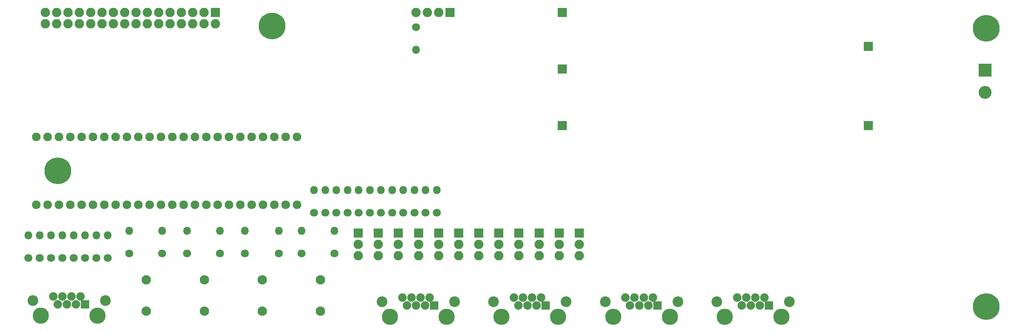
<source format=gbs>
G04 #@! TF.GenerationSoftware,KiCad,Pcbnew,(5.1.4)-1*
G04 #@! TF.CreationDate,2019-10-21T16:42:35-04:00*
G04 #@! TF.ProjectId,relay_ctrl_lab,72656c61-795f-4637-9472-6c5f6c61622e,rev?*
G04 #@! TF.SameCoordinates,Original*
G04 #@! TF.FileFunction,Soldermask,Bot*
G04 #@! TF.FilePolarity,Negative*
%FSLAX46Y46*%
G04 Gerber Fmt 4.6, Leading zero omitted, Abs format (unit mm)*
G04 Created by KiCad (PCBNEW (5.1.4)-1) date 2019-10-21 16:42:35*
%MOMM*%
%LPD*%
G04 APERTURE LIST*
%ADD10O,2.100000X2.100000*%
%ADD11R,2.100000X2.100000*%
%ADD12O,1.800000X1.800000*%
%ADD13C,1.800000*%
%ADD14C,2.400000*%
%ADD15C,3.650000*%
%ADD16C,1.900000*%
%ADD17R,1.900000X1.900000*%
%ADD18C,2.100000*%
%ADD19C,6.000000*%
%ADD20C,1.930000*%
%ADD21C,2.900000*%
%ADD22R,2.900000X2.900000*%
G04 APERTURE END LIST*
D10*
X172762000Y-137668000D03*
X172762000Y-135128000D03*
D11*
X172762000Y-132588000D03*
D10*
X168262000Y-137668000D03*
X168262000Y-135128000D03*
D11*
X168262000Y-132588000D03*
D10*
X177262000Y-137668000D03*
X177262000Y-135128000D03*
D11*
X177262000Y-132588000D03*
D10*
X154762000Y-137668000D03*
X154762000Y-135128000D03*
D11*
X154762000Y-132588000D03*
D10*
X159262000Y-137668000D03*
X159262000Y-135128000D03*
D11*
X159262000Y-132588000D03*
D10*
X163762000Y-137668000D03*
X163762000Y-135128000D03*
D11*
X163762000Y-132588000D03*
D10*
X141262000Y-137668000D03*
X141262000Y-135128000D03*
D11*
X141262000Y-132588000D03*
D10*
X145762000Y-137668000D03*
X145762000Y-135128000D03*
D11*
X145762000Y-132588000D03*
D10*
X150262000Y-137668000D03*
X150262000Y-135128000D03*
D11*
X150262000Y-132588000D03*
D10*
X127762000Y-137668000D03*
X127762000Y-135128000D03*
D11*
X127762000Y-132588000D03*
D10*
X132262000Y-137668000D03*
X132262000Y-135128000D03*
D11*
X132262000Y-132588000D03*
D10*
X136762000Y-137668000D03*
X136762000Y-135128000D03*
D11*
X136762000Y-132588000D03*
D12*
X140356000Y-122936000D03*
D13*
X140356000Y-128016000D03*
D12*
X142856000Y-122936000D03*
D13*
X142856000Y-128016000D03*
D12*
X145356000Y-122936000D03*
D13*
X145356000Y-128016000D03*
D12*
X132856000Y-122936000D03*
D13*
X132856000Y-128016000D03*
D12*
X135356000Y-122936000D03*
D13*
X135356000Y-128016000D03*
D12*
X137856000Y-122936000D03*
D13*
X137856000Y-128016000D03*
D12*
X125356000Y-122936000D03*
D13*
X125356000Y-128016000D03*
D12*
X127856000Y-122936000D03*
D13*
X127856000Y-128016000D03*
D12*
X130356000Y-122936000D03*
D13*
X130356000Y-128016000D03*
D12*
X117856000Y-122936000D03*
D13*
X117856000Y-128016000D03*
D12*
X120356000Y-122936000D03*
D13*
X120356000Y-128016000D03*
D12*
X122856000Y-122936000D03*
D13*
X122856000Y-128016000D03*
D14*
X149350000Y-147954000D03*
X133090000Y-147954000D03*
D15*
X134870000Y-151384000D03*
X147570000Y-151384000D03*
D16*
X137640000Y-147064000D03*
X139680000Y-147064000D03*
X141720000Y-147064000D03*
X143760000Y-147064000D03*
X138660000Y-148844000D03*
X140700000Y-148844000D03*
X142740000Y-148844000D03*
D17*
X144780000Y-148844000D03*
D14*
X174350000Y-147954000D03*
X158090000Y-147954000D03*
D15*
X159870000Y-151384000D03*
X172570000Y-151384000D03*
D16*
X162640000Y-147064000D03*
X164680000Y-147064000D03*
X166720000Y-147064000D03*
X168760000Y-147064000D03*
X163660000Y-148844000D03*
X165700000Y-148844000D03*
X167740000Y-148844000D03*
D17*
X169780000Y-148844000D03*
D14*
X199350000Y-147954000D03*
X183090000Y-147954000D03*
D15*
X184870000Y-151384000D03*
X197570000Y-151384000D03*
D16*
X187640000Y-147064000D03*
X189680000Y-147064000D03*
X191720000Y-147064000D03*
X193760000Y-147064000D03*
X188660000Y-148844000D03*
X190700000Y-148844000D03*
X192740000Y-148844000D03*
D17*
X194780000Y-148844000D03*
D14*
X224350000Y-147954000D03*
X208090000Y-147954000D03*
D15*
X209870000Y-151384000D03*
X222570000Y-151384000D03*
D16*
X212640000Y-147064000D03*
X214680000Y-147064000D03*
X216720000Y-147064000D03*
X218760000Y-147064000D03*
X213660000Y-148844000D03*
X215700000Y-148844000D03*
X217740000Y-148844000D03*
D17*
X219780000Y-148844000D03*
D18*
X80264000Y-143062000D03*
X80264000Y-150062000D03*
X106264000Y-143062000D03*
X106264000Y-150062000D03*
X93264000Y-143062000D03*
X93264000Y-150062000D03*
X119264000Y-143062000D03*
X119264000Y-150062000D03*
D12*
X89408000Y-132080000D03*
D13*
X89408000Y-137160000D03*
D12*
X115062000Y-132080000D03*
D13*
X115062000Y-137160000D03*
D12*
X109982000Y-132080000D03*
D13*
X109982000Y-137160000D03*
D12*
X122428000Y-132080000D03*
D13*
X122428000Y-137160000D03*
D12*
X96774000Y-132080000D03*
D13*
X96774000Y-137160000D03*
D12*
X102362000Y-132080000D03*
D13*
X102362000Y-137160000D03*
D12*
X83820000Y-132080000D03*
D13*
X83820000Y-137160000D03*
D19*
X60452000Y-118618000D03*
X268478000Y-149098000D03*
X268478000Y-86614000D03*
X108458000Y-86106000D03*
D20*
X98806000Y-110998000D03*
X101346000Y-110998000D03*
X103886000Y-110998000D03*
X106426000Y-110998000D03*
X108966000Y-110998000D03*
X111506000Y-110998000D03*
X114046000Y-110998000D03*
X96266000Y-110998000D03*
X93726000Y-110998000D03*
X91186000Y-110998000D03*
X114046000Y-126238000D03*
X111506000Y-126238000D03*
X108966000Y-126238000D03*
X106426000Y-126238000D03*
X103886000Y-126238000D03*
X101346000Y-126238000D03*
X98806000Y-126238000D03*
X96266000Y-126238000D03*
X55626000Y-110998000D03*
X58166000Y-110998000D03*
X60706000Y-110998000D03*
X63246000Y-110998000D03*
X65786000Y-110998000D03*
X68326000Y-110998000D03*
X70866000Y-110998000D03*
X73406000Y-110998000D03*
X75946000Y-110998000D03*
X78486000Y-110998000D03*
X81026000Y-110998000D03*
X83566000Y-110998000D03*
X86106000Y-110998000D03*
X88646000Y-110998000D03*
X93726000Y-126238000D03*
X91186000Y-126238000D03*
X88646000Y-126238000D03*
X86106000Y-126238000D03*
X83566000Y-126238000D03*
X81026000Y-126238000D03*
X78486000Y-126238000D03*
X75946000Y-126238000D03*
X73406000Y-126238000D03*
X70866000Y-126238000D03*
X68326000Y-126238000D03*
X65786000Y-126238000D03*
X63246000Y-126238000D03*
X60706000Y-126238000D03*
X58166000Y-126238000D03*
X55626000Y-126238000D03*
D10*
X57658000Y-85598000D03*
X57658000Y-83058000D03*
X60198000Y-85598000D03*
X60198000Y-83058000D03*
X62738000Y-85598000D03*
X62738000Y-83058000D03*
X65278000Y-85598000D03*
X65278000Y-83058000D03*
X67818000Y-85598000D03*
X67818000Y-83058000D03*
X70358000Y-85598000D03*
X70358000Y-83058000D03*
X72898000Y-85598000D03*
X72898000Y-83058000D03*
X75438000Y-85598000D03*
X75438000Y-83058000D03*
X77978000Y-85598000D03*
X77978000Y-83058000D03*
X80518000Y-85598000D03*
X80518000Y-83058000D03*
X83058000Y-85598000D03*
X83058000Y-83058000D03*
X85598000Y-85598000D03*
X85598000Y-83058000D03*
X88138000Y-85598000D03*
X88138000Y-83058000D03*
X90678000Y-85598000D03*
X90678000Y-83058000D03*
X93218000Y-85598000D03*
X93218000Y-83058000D03*
X95758000Y-85598000D03*
D11*
X95758000Y-83058000D03*
D21*
X268224000Y-101012000D03*
D22*
X268224000Y-96012000D03*
D12*
X140716000Y-91440000D03*
D13*
X140716000Y-86360000D03*
D11*
X242062000Y-108458000D03*
X242062000Y-90678000D03*
D10*
X140716000Y-83058000D03*
X143256000Y-83058000D03*
X145796000Y-83058000D03*
D11*
X148336000Y-83058000D03*
X173482000Y-95758000D03*
X173482000Y-108458000D03*
X173482000Y-83058000D03*
D14*
X71118000Y-147700000D03*
X54858000Y-147700000D03*
D15*
X56638000Y-151130000D03*
X69338000Y-151130000D03*
D16*
X59408000Y-146810000D03*
X61448000Y-146810000D03*
X63488000Y-146810000D03*
X65528000Y-146810000D03*
X60428000Y-148590000D03*
X62468000Y-148590000D03*
X64508000Y-148590000D03*
D17*
X66548000Y-148590000D03*
D12*
X76454000Y-132080000D03*
D13*
X76454000Y-137160000D03*
D12*
X53848000Y-133096000D03*
D13*
X53848000Y-138176000D03*
D12*
X58928000Y-133096000D03*
D13*
X58928000Y-138176000D03*
D12*
X66548000Y-133096000D03*
D13*
X66548000Y-138176000D03*
D12*
X56388000Y-133096000D03*
D13*
X56388000Y-138176000D03*
D12*
X61468000Y-133096000D03*
D13*
X61468000Y-138176000D03*
D12*
X64008000Y-133096000D03*
D13*
X64008000Y-138176000D03*
D12*
X69088000Y-133096000D03*
D13*
X69088000Y-138176000D03*
D12*
X71628000Y-133096000D03*
D13*
X71628000Y-138176000D03*
M02*

</source>
